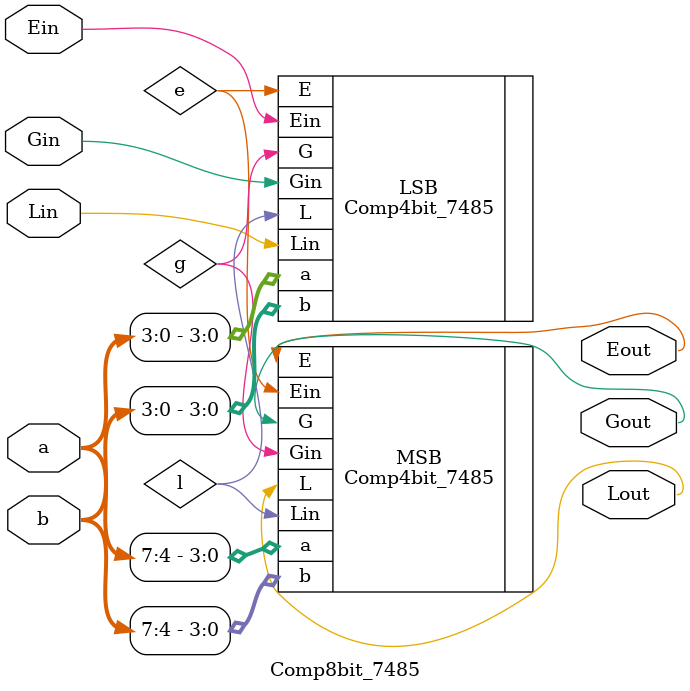
<source format=v>
`timescale 1ns / 1ps


module Comp8bit_7485(Lout,Eout,Gout,a,b,Lin,Gin,Ein);
input [7:0]a,b;
input Lin,Gin,Ein;
output  Lout,Eout,Gout;
wire l,e,g;
Comp4bit_7485 LSB (.L(l),.E(e),.G(g),.a(a[3:0]),.b(b[3:0]),.Lin(Lin),.Gin(Gin),.Ein(Ein)); 

Comp4bit_7485 MSB (.L(Lout),.E(Eout),.G(Gout),.a(a[7:4]),.b(b[7:4]),.Lin(l),.Gin(g),.Ein(e));
endmodule

</source>
